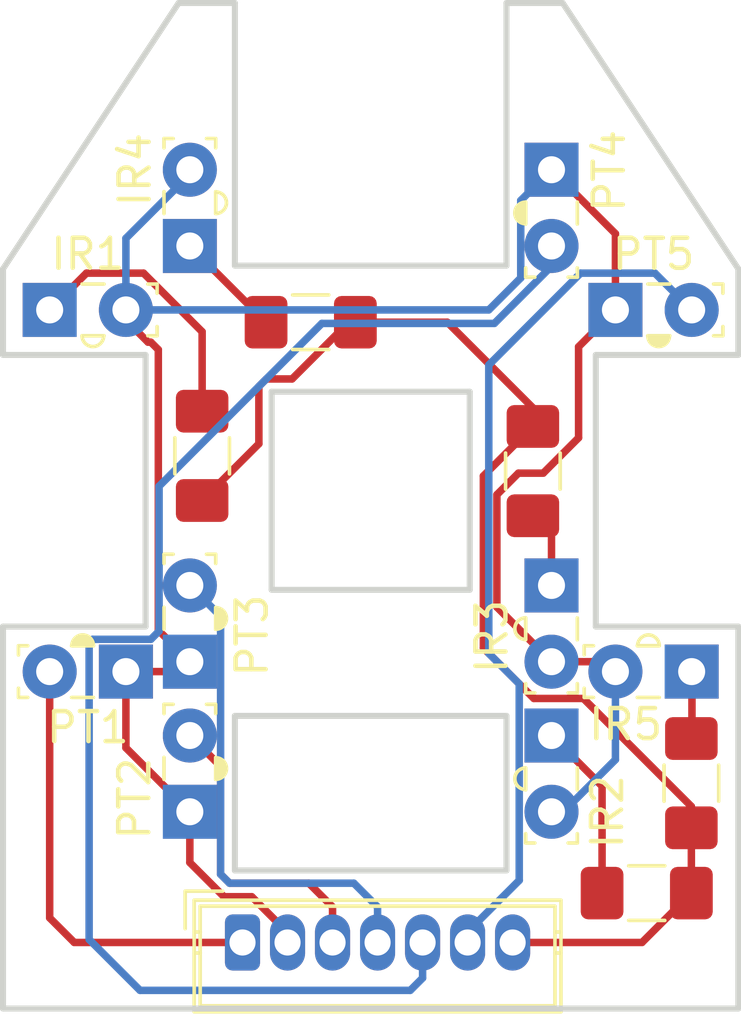
<source format=kicad_pcb>
(kicad_pcb (version 20171130) (host pcbnew 5.1.6-c6e7f7d~86~ubuntu18.04.1)

  (general
    (thickness 1.6)
    (drawings 104)
    (tracks 98)
    (zones 0)
    (modules 16)
    (nets 13)
  )

  (page A4)
  (layers
    (0 F.Cu signal)
    (31 B.Cu signal hide)
    (32 B.Adhes user hide)
    (33 F.Adhes user hide)
    (34 B.Paste user hide)
    (35 F.Paste user hide)
    (36 B.SilkS user hide)
    (37 F.SilkS user)
    (38 B.Mask user hide)
    (39 F.Mask user hide)
    (40 Dwgs.User user hide)
    (41 Cmts.User user hide)
    (42 Eco1.User user hide)
    (43 Eco2.User user hide)
    (44 Edge.Cuts user)
    (45 Margin user hide)
    (46 B.CrtYd user hide)
    (47 F.CrtYd user hide)
    (48 B.Fab user hide)
    (49 F.Fab user hide)
  )

  (setup
    (last_trace_width 0.25)
    (user_trace_width 0.2)
    (trace_clearance 0.2)
    (zone_clearance 0.508)
    (zone_45_only no)
    (trace_min 0.2)
    (via_size 0.8)
    (via_drill 0.4)
    (via_min_size 0.4)
    (via_min_drill 0.3)
    (uvia_size 0.3)
    (uvia_drill 0.1)
    (uvias_allowed no)
    (uvia_min_size 0.2)
    (uvia_min_drill 0.1)
    (edge_width 0.1)
    (segment_width 0.2)
    (pcb_text_width 0.3)
    (pcb_text_size 1.5 1.5)
    (mod_edge_width 0.15)
    (mod_text_size 1 1)
    (mod_text_width 0.15)
    (pad_size 1.8 1.4)
    (pad_drill 0.9)
    (pad_to_mask_clearance 0)
    (aux_axis_origin 0 0)
    (grid_origin 159.275 106.78)
    (visible_elements FFFFFF7F)
    (pcbplotparams
      (layerselection 0x010f0_ffffffff)
      (usegerberextensions false)
      (usegerberattributes true)
      (usegerberadvancedattributes true)
      (creategerberjobfile true)
      (excludeedgelayer true)
      (linewidth 0.100000)
      (plotframeref false)
      (viasonmask false)
      (mode 1)
      (useauxorigin false)
      (hpglpennumber 1)
      (hpglpenspeed 20)
      (hpglpendiameter 15.000000)
      (psnegative false)
      (psa4output false)
      (plotreference true)
      (plotvalue true)
      (plotinvisibletext false)
      (padsonsilk false)
      (subtractmaskfromsilk false)
      (outputformat 1)
      (mirror false)
      (drillshape 0)
      (scaleselection 1)
      (outputdirectory ""))
  )

  (net 0 "")
  (net 1 +5V)
  (net 2 C1)
  (net 3 C3)
  (net 4 C4)
  (net 5 C5)
  (net 6 C6)
  (net 7 GND)
  (net 8 "Net-(IR1-Pad1)")
  (net 9 "Net-(IR2-Pad1)")
  (net 10 "Net-(IR3-Pad1)")
  (net 11 "Net-(IR4-Pad1)")
  (net 12 "Net-(IR5-Pad1)")

  (net_class Default "This is the default net class."
    (clearance 0.2)
    (trace_width 0.25)
    (via_dia 0.8)
    (via_drill 0.4)
    (uvia_dia 0.3)
    (uvia_drill 0.1)
    (add_net +5V)
    (add_net C1)
    (add_net C3)
    (add_net C4)
    (add_net C5)
    (add_net C6)
    (add_net GND)
    (add_net "Net-(IR1-Pad1)")
    (add_net "Net-(IR2-Pad1)")
    (add_net "Net-(IR3-Pad1)")
    (add_net "Net-(IR4-Pad1)")
    (add_net "Net-(IR5-Pad1)")
  )

  (module lalboard:PT908-7C-F (layer F.Cu) (tedit 5FA098B1) (tstamp 5F967CAE)
    (at 171.325 90.39 270)
    (descr "LED_SideEmitter_Rectangular, Rectangular, SideEmitter,  Rectangular size 4.5x1.6mm^2, 2 pins, http://cdn-reichelt.de/documents/datenblatt/A500/LED15MMGE_LED15MMGN%23KIN.pdf")
    (tags "LED_SideEmitter_Rectangular Rectangular SideEmitter  Rectangular size 4.5x1.6mm^2 2 pins")
    (path /5F9BE283)
    (fp_text reference PT4 (at 0.04 -1.92 90) (layer F.SilkS)
      (effects (font (size 1 1) (thickness 0.15)))
    )
    (fp_text value PT908-7B-F (at 1.27 1.86 90) (layer F.Fab)
      (effects (font (size 1 1) (thickness 0.15)))
    )
    (fp_arc (start 1.44 0.861) (end 1.08 0.861) (angle -180) (layer F.SilkS) (width 0.12))
    (fp_line (start -0.98 -0.8) (end -0.98 0.8) (layer F.Fab) (width 0.1))
    (fp_line (start -0.98 0.8) (end 3.52 0.8) (layer F.Fab) (width 0.1))
    (fp_line (start 3.52 0.8) (end 3.52 -0.8) (layer F.Fab) (width 0.1))
    (fp_line (start 3.52 -0.8) (end -0.98 -0.8) (layer F.Fab) (width 0.1))
    (fp_line (start 1.08 -0.861) (end 1.811 -0.861) (layer F.SilkS) (width 0.12))
    (fp_line (start 3.27 -0.861) (end 3.58 -0.861) (layer F.SilkS) (width 0.12))
    (fp_line (start 1.08 0.861) (end 1.811 0.861) (layer F.SilkS) (width 0.12))
    (fp_line (start 3.27 0.861) (end 3.58 0.861) (layer F.SilkS) (width 0.12))
    (fp_line (start 3.58 -0.861) (end 3.58 -0.555) (layer F.SilkS) (width 0.12))
    (fp_line (start 3.58 0.555) (end 3.58 0.861) (layer F.SilkS) (width 0.12))
    (fp_line (start -1.3 -1.15) (end -1.3 1.15) (layer F.CrtYd) (width 0.05))
    (fp_line (start -1.3 1.15) (end 3.85 1.15) (layer F.CrtYd) (width 0.05))
    (fp_line (start 3.85 1.15) (end 3.85 -1.15) (layer F.CrtYd) (width 0.05))
    (fp_line (start 3.85 -1.15) (end -1.3 -1.15) (layer F.CrtYd) (width 0.05))
    (fp_line (start 1.08 0.861) (end 1.8 0.861) (layer F.SilkS) (width 0.12))
    (fp_poly (pts (xy 1.57 1.121) (xy 1.28 1.121) (xy 1.16 0.931) (xy 1.16 0.921)
      (xy 1.73 0.921)) (layer F.SilkS) (width 0.1))
    (pad 1 thru_hole rect (at 0 0 270) (size 1.8 1.8) (drill 0.9) (layers *.Cu *.Mask)
      (net 1 +5V))
    (pad 2 thru_hole circle (at 2.54 0 270) (size 1.8 1.8) (drill 0.9) (layers *.Cu *.Mask)
      (net 5 C5))
    (model ${KISYS3DMOD}/LED_THT.3dshapes/LED_SideEmitter_Rectangular_W4.5mm_H1.6mm.wrl
      (at (xyz 0 0 0))
      (scale (xyz 1 1 1))
      (rotate (xyz 0 0 0))
    )
  )

  (module lalboard:PT908-7C-F (layer F.Cu) (tedit 5FA098B1) (tstamp 5F96AC35)
    (at 159.275 106.78 90)
    (descr "LED_SideEmitter_Rectangular, Rectangular, SideEmitter,  Rectangular size 4.5x1.6mm^2, 2 pins, http://cdn-reichelt.de/documents/datenblatt/A500/LED15MMGE_LED15MMGN%23KIN.pdf")
    (tags "LED_SideEmitter_Rectangular Rectangular SideEmitter  Rectangular size 4.5x1.6mm^2 2 pins")
    (path /5F9BC92B)
    (fp_text reference PT3 (at 0.87 2.07 90) (layer F.SilkS)
      (effects (font (size 1 1) (thickness 0.15)))
    )
    (fp_text value PT908-7B-F (at 1.27 1.86 90) (layer F.Fab)
      (effects (font (size 1 1) (thickness 0.15)))
    )
    (fp_arc (start 1.44 0.861) (end 1.08 0.861) (angle -180) (layer F.SilkS) (width 0.12))
    (fp_line (start -0.98 -0.8) (end -0.98 0.8) (layer F.Fab) (width 0.1))
    (fp_line (start -0.98 0.8) (end 3.52 0.8) (layer F.Fab) (width 0.1))
    (fp_line (start 3.52 0.8) (end 3.52 -0.8) (layer F.Fab) (width 0.1))
    (fp_line (start 3.52 -0.8) (end -0.98 -0.8) (layer F.Fab) (width 0.1))
    (fp_line (start 1.08 -0.861) (end 1.811 -0.861) (layer F.SilkS) (width 0.12))
    (fp_line (start 3.27 -0.861) (end 3.58 -0.861) (layer F.SilkS) (width 0.12))
    (fp_line (start 1.08 0.861) (end 1.811 0.861) (layer F.SilkS) (width 0.12))
    (fp_line (start 3.27 0.861) (end 3.58 0.861) (layer F.SilkS) (width 0.12))
    (fp_line (start 3.58 -0.861) (end 3.58 -0.555) (layer F.SilkS) (width 0.12))
    (fp_line (start 3.58 0.555) (end 3.58 0.861) (layer F.SilkS) (width 0.12))
    (fp_line (start -1.3 -1.15) (end -1.3 1.15) (layer F.CrtYd) (width 0.05))
    (fp_line (start -1.3 1.15) (end 3.85 1.15) (layer F.CrtYd) (width 0.05))
    (fp_line (start 3.85 1.15) (end 3.85 -1.15) (layer F.CrtYd) (width 0.05))
    (fp_line (start 3.85 -1.15) (end -1.3 -1.15) (layer F.CrtYd) (width 0.05))
    (fp_line (start 1.08 0.861) (end 1.8 0.861) (layer F.SilkS) (width 0.12))
    (fp_poly (pts (xy 1.57 1.121) (xy 1.28 1.121) (xy 1.16 0.931) (xy 1.16 0.921)
      (xy 1.73 0.921)) (layer F.SilkS) (width 0.1))
    (pad 1 thru_hole rect (at 0 0 90) (size 1.8 1.8) (drill 0.9) (layers *.Cu *.Mask)
      (net 1 +5V))
    (pad 2 thru_hole circle (at 2.54 0 90) (size 1.8 1.8) (drill 0.9) (layers *.Cu *.Mask)
      (net 4 C4))
    (model ${KISYS3DMOD}/LED_THT.3dshapes/LED_SideEmitter_Rectangular_W4.5mm_H1.6mm.wrl
      (at (xyz 0 0 0))
      (scale (xyz 1 1 1))
      (rotate (xyz 0 0 0))
    )
  )

  (module lalboard:PT908-7C-F (layer F.Cu) (tedit 5FA098B1) (tstamp 5F9694BA)
    (at 159.275 111.78 90)
    (descr "LED_SideEmitter_Rectangular, Rectangular, SideEmitter,  Rectangular size 4.5x1.6mm^2, 2 pins, http://cdn-reichelt.de/documents/datenblatt/A500/LED15MMGE_LED15MMGN%23KIN.pdf")
    (tags "LED_SideEmitter_Rectangular Rectangular SideEmitter  Rectangular size 4.5x1.6mm^2 2 pins")
    (path /5F9B9EF8)
    (fp_text reference PT2 (at 0.44 -1.84 90) (layer F.SilkS)
      (effects (font (size 1 1) (thickness 0.15)))
    )
    (fp_text value PT908-7B-F (at 1.27 1.86 90) (layer F.Fab)
      (effects (font (size 1 1) (thickness 0.15)))
    )
    (fp_arc (start 1.44 0.861) (end 1.08 0.861) (angle -180) (layer F.SilkS) (width 0.12))
    (fp_line (start -0.98 -0.8) (end -0.98 0.8) (layer F.Fab) (width 0.1))
    (fp_line (start -0.98 0.8) (end 3.52 0.8) (layer F.Fab) (width 0.1))
    (fp_line (start 3.52 0.8) (end 3.52 -0.8) (layer F.Fab) (width 0.1))
    (fp_line (start 3.52 -0.8) (end -0.98 -0.8) (layer F.Fab) (width 0.1))
    (fp_line (start 1.08 -0.861) (end 1.811 -0.861) (layer F.SilkS) (width 0.12))
    (fp_line (start 3.27 -0.861) (end 3.58 -0.861) (layer F.SilkS) (width 0.12))
    (fp_line (start 1.08 0.861) (end 1.811 0.861) (layer F.SilkS) (width 0.12))
    (fp_line (start 3.27 0.861) (end 3.58 0.861) (layer F.SilkS) (width 0.12))
    (fp_line (start 3.58 -0.861) (end 3.58 -0.555) (layer F.SilkS) (width 0.12))
    (fp_line (start 3.58 0.555) (end 3.58 0.861) (layer F.SilkS) (width 0.12))
    (fp_line (start -1.3 -1.15) (end -1.3 1.15) (layer F.CrtYd) (width 0.05))
    (fp_line (start -1.3 1.15) (end 3.85 1.15) (layer F.CrtYd) (width 0.05))
    (fp_line (start 3.85 1.15) (end 3.85 -1.15) (layer F.CrtYd) (width 0.05))
    (fp_line (start 3.85 -1.15) (end -1.3 -1.15) (layer F.CrtYd) (width 0.05))
    (fp_line (start 1.08 0.861) (end 1.8 0.861) (layer F.SilkS) (width 0.12))
    (fp_poly (pts (xy 1.57 1.121) (xy 1.28 1.121) (xy 1.16 0.931) (xy 1.16 0.921)
      (xy 1.73 0.921)) (layer F.SilkS) (width 0.1))
    (pad 1 thru_hole rect (at 0 0 90) (size 1.8 1.8) (drill 0.9) (layers *.Cu *.Mask)
      (net 1 +5V))
    (pad 2 thru_hole circle (at 2.54 0 90) (size 1.8 1.8) (drill 0.9) (layers *.Cu *.Mask)
      (net 3 C3))
    (model ${KISYS3DMOD}/LED_THT.3dshapes/LED_SideEmitter_Rectangular_W4.5mm_H1.6mm.wrl
      (at (xyz 0 0 0))
      (scale (xyz 1 1 1))
      (rotate (xyz 0 0 0))
    )
  )

  (module lalboard:PT908-7C-F (layer F.Cu) (tedit 5FA098B1) (tstamp 5F967D95)
    (at 157.145 107.11 180)
    (descr "LED_SideEmitter_Rectangular, Rectangular, SideEmitter,  Rectangular size 4.5x1.6mm^2, 2 pins, http://cdn-reichelt.de/documents/datenblatt/A500/LED15MMGE_LED15MMGN%23KIN.pdf")
    (tags "LED_SideEmitter_Rectangular Rectangular SideEmitter  Rectangular size 4.5x1.6mm^2 2 pins")
    (path /5F96F978)
    (fp_text reference PT1 (at 1.27 -1.86) (layer F.SilkS)
      (effects (font (size 1 1) (thickness 0.15)))
    )
    (fp_text value PT908-7B-F (at 1.27 1.86) (layer F.Fab)
      (effects (font (size 1 1) (thickness 0.15)))
    )
    (fp_arc (start 1.44 0.861) (end 1.08 0.861) (angle -180) (layer F.SilkS) (width 0.12))
    (fp_line (start -0.98 -0.8) (end -0.98 0.8) (layer F.Fab) (width 0.1))
    (fp_line (start -0.98 0.8) (end 3.52 0.8) (layer F.Fab) (width 0.1))
    (fp_line (start 3.52 0.8) (end 3.52 -0.8) (layer F.Fab) (width 0.1))
    (fp_line (start 3.52 -0.8) (end -0.98 -0.8) (layer F.Fab) (width 0.1))
    (fp_line (start 1.08 -0.861) (end 1.811 -0.861) (layer F.SilkS) (width 0.12))
    (fp_line (start 3.27 -0.861) (end 3.58 -0.861) (layer F.SilkS) (width 0.12))
    (fp_line (start 1.08 0.861) (end 1.811 0.861) (layer F.SilkS) (width 0.12))
    (fp_line (start 3.27 0.861) (end 3.58 0.861) (layer F.SilkS) (width 0.12))
    (fp_line (start 3.58 -0.861) (end 3.58 -0.555) (layer F.SilkS) (width 0.12))
    (fp_line (start 3.58 0.555) (end 3.58 0.861) (layer F.SilkS) (width 0.12))
    (fp_line (start -1.3 -1.15) (end -1.3 1.15) (layer F.CrtYd) (width 0.05))
    (fp_line (start -1.3 1.15) (end 3.85 1.15) (layer F.CrtYd) (width 0.05))
    (fp_line (start 3.85 1.15) (end 3.85 -1.15) (layer F.CrtYd) (width 0.05))
    (fp_line (start 3.85 -1.15) (end -1.3 -1.15) (layer F.CrtYd) (width 0.05))
    (fp_line (start 1.08 0.861) (end 1.8 0.861) (layer F.SilkS) (width 0.12))
    (fp_poly (pts (xy 1.57 1.121) (xy 1.28 1.121) (xy 1.16 0.931) (xy 1.16 0.921)
      (xy 1.73 0.921)) (layer F.SilkS) (width 0.1))
    (pad 1 thru_hole rect (at 0 0 180) (size 1.8 1.8) (drill 0.9) (layers *.Cu *.Mask)
      (net 1 +5V))
    (pad 2 thru_hole circle (at 2.54 0 180) (size 1.8 1.8) (drill 0.9) (layers *.Cu *.Mask)
      (net 2 C1))
    (model ${KISYS3DMOD}/LED_THT.3dshapes/LED_SideEmitter_Rectangular_W4.5mm_H1.6mm.wrl
      (at (xyz 0 0 0))
      (scale (xyz 1 1 1))
      (rotate (xyz 0 0 0))
    )
  )

  (module lalboard:PT908-7C-F (layer F.Cu) (tedit 5FA098B1) (tstamp 5F967BC4)
    (at 173.455 95.06)
    (descr "LED_SideEmitter_Rectangular, Rectangular, SideEmitter,  Rectangular size 4.5x1.6mm^2, 2 pins, http://cdn-reichelt.de/documents/datenblatt/A500/LED15MMGE_LED15MMGN%23KIN.pdf")
    (tags "LED_SideEmitter_Rectangular Rectangular SideEmitter  Rectangular size 4.5x1.6mm^2 2 pins")
    (path /5F9BF567)
    (fp_text reference PT5 (at 1.27 -1.86) (layer F.SilkS)
      (effects (font (size 1 1) (thickness 0.15)))
    )
    (fp_text value PT908-7B-F (at 1.27 1.86) (layer F.Fab)
      (effects (font (size 1 1) (thickness 0.15)))
    )
    (fp_arc (start 1.44 0.861) (end 1.08 0.861) (angle -180) (layer F.SilkS) (width 0.12))
    (fp_line (start -0.98 -0.8) (end -0.98 0.8) (layer F.Fab) (width 0.1))
    (fp_line (start -0.98 0.8) (end 3.52 0.8) (layer F.Fab) (width 0.1))
    (fp_line (start 3.52 0.8) (end 3.52 -0.8) (layer F.Fab) (width 0.1))
    (fp_line (start 3.52 -0.8) (end -0.98 -0.8) (layer F.Fab) (width 0.1))
    (fp_line (start 1.08 -0.861) (end 1.811 -0.861) (layer F.SilkS) (width 0.12))
    (fp_line (start 3.27 -0.861) (end 3.58 -0.861) (layer F.SilkS) (width 0.12))
    (fp_line (start 1.08 0.861) (end 1.811 0.861) (layer F.SilkS) (width 0.12))
    (fp_line (start 3.27 0.861) (end 3.58 0.861) (layer F.SilkS) (width 0.12))
    (fp_line (start 3.58 -0.861) (end 3.58 -0.555) (layer F.SilkS) (width 0.12))
    (fp_line (start 3.58 0.555) (end 3.58 0.861) (layer F.SilkS) (width 0.12))
    (fp_line (start -1.3 -1.15) (end -1.3 1.15) (layer F.CrtYd) (width 0.05))
    (fp_line (start -1.3 1.15) (end 3.85 1.15) (layer F.CrtYd) (width 0.05))
    (fp_line (start 3.85 1.15) (end 3.85 -1.15) (layer F.CrtYd) (width 0.05))
    (fp_line (start 3.85 -1.15) (end -1.3 -1.15) (layer F.CrtYd) (width 0.05))
    (fp_line (start 1.08 0.861) (end 1.8 0.861) (layer F.SilkS) (width 0.12))
    (fp_poly (pts (xy 1.57 1.121) (xy 1.28 1.121) (xy 1.16 0.931) (xy 1.16 0.921)
      (xy 1.73 0.921)) (layer F.SilkS) (width 0.1))
    (pad 1 thru_hole rect (at 0 0) (size 1.8 1.8) (drill 0.9) (layers *.Cu *.Mask)
      (net 1 +5V))
    (pad 2 thru_hole circle (at 2.54 0) (size 1.8 1.8) (drill 0.9) (layers *.Cu *.Mask)
      (net 6 C6))
    (model ${KISYS3DMOD}/LED_THT.3dshapes/LED_SideEmitter_Rectangular_W4.5mm_H1.6mm.wrl
      (at (xyz 0 0 0))
      (scale (xyz 1 1 1))
      (rotate (xyz 0 0 0))
    )
  )

  (module lalboard:IR908-7C-F (layer F.Cu) (tedit 5FA0B6B3) (tstamp 5F967F60)
    (at 175.995 107.11 180)
    (descr "LED_SideEmitter_Rectangular, Rectangular, SideEmitter,  Rectangular size 4.5x1.6mm^2, 2 pins, http://cdn-reichelt.de/documents/datenblatt/A500/LED15MMGE_LED15MMGN%23KIN.pdf")
    (tags "LED_SideEmitter_Rectangular Rectangular SideEmitter  Rectangular size 4.5x1.6mm^2 2 pins")
    (path /5F9BF573)
    (fp_text reference IR5 (at 2.2 -1.76) (layer F.SilkS)
      (effects (font (size 1 1) (thickness 0.15)))
    )
    (fp_text value IR908-7C-F (at 1.27 1.86) (layer F.Fab)
      (effects (font (size 1 1) (thickness 0.15)))
    )
    (fp_arc (start 1.44 0.861) (end 1.08 0.861) (angle -180) (layer F.SilkS) (width 0.12))
    (fp_line (start -0.98 -0.8) (end -0.98 0.8) (layer F.Fab) (width 0.1))
    (fp_line (start -0.98 0.8) (end 3.52 0.8) (layer F.Fab) (width 0.1))
    (fp_line (start 3.52 0.8) (end 3.52 -0.8) (layer F.Fab) (width 0.1))
    (fp_line (start 3.52 -0.8) (end -0.98 -0.8) (layer F.Fab) (width 0.1))
    (fp_line (start 1.08 -0.861) (end 1.811 -0.861) (layer F.SilkS) (width 0.12))
    (fp_line (start 3.27 -0.861) (end 3.58 -0.861) (layer F.SilkS) (width 0.12))
    (fp_line (start 1.08 0.861) (end 1.811 0.861) (layer F.SilkS) (width 0.12))
    (fp_line (start 3.27 0.861) (end 3.58 0.861) (layer F.SilkS) (width 0.12))
    (fp_line (start 3.58 -0.861) (end 3.58 -0.555) (layer F.SilkS) (width 0.12))
    (fp_line (start 3.58 0.555) (end 3.58 0.861) (layer F.SilkS) (width 0.12))
    (fp_line (start -1.3 -1.15) (end -1.3 1.15) (layer F.CrtYd) (width 0.05))
    (fp_line (start -1.3 1.15) (end 3.85 1.15) (layer F.CrtYd) (width 0.05))
    (fp_line (start 3.85 1.15) (end 3.85 -1.15) (layer F.CrtYd) (width 0.05))
    (fp_line (start 3.85 -1.15) (end -1.3 -1.15) (layer F.CrtYd) (width 0.05))
    (fp_line (start 1.08 0.861) (end 1.8 0.861) (layer F.SilkS) (width 0.12))
    (pad 1 thru_hole rect (at 0 0 180) (size 1.8 1.8) (drill 0.9) (layers *.Cu *.Mask)
      (net 12 "Net-(IR5-Pad1)"))
    (pad 2 thru_hole circle (at 2.54 0 180) (size 1.8 1.8) (drill 0.9) (layers *.Cu *.Mask)
      (net 1 +5V))
    (model ${KISYS3DMOD}/LED_THT.3dshapes/LED_SideEmitter_Rectangular_W4.5mm_H1.6mm.wrl
      (at (xyz 0 0 0))
      (scale (xyz 1 1 1))
      (rotate (xyz 0 0 0))
    )
  )

  (module lalboard:IR908-7C-F (layer F.Cu) (tedit 5FA0B6B3) (tstamp 5F9699C8)
    (at 159.275 92.93 90)
    (descr "LED_SideEmitter_Rectangular, Rectangular, SideEmitter,  Rectangular size 4.5x1.6mm^2, 2 pins, http://cdn-reichelt.de/documents/datenblatt/A500/LED15MMGE_LED15MMGN%23KIN.pdf")
    (tags "LED_SideEmitter_Rectangular Rectangular SideEmitter  Rectangular size 4.5x1.6mm^2 2 pins")
    (path /5F9BE28F)
    (fp_text reference IR4 (at 2.54 -1.83 90) (layer F.SilkS)
      (effects (font (size 1 1) (thickness 0.15)))
    )
    (fp_text value IR908-7C-F (at 1.27 1.86 90) (layer F.Fab)
      (effects (font (size 1 1) (thickness 0.15)))
    )
    (fp_arc (start 1.44 0.861) (end 1.08 0.861) (angle -180) (layer F.SilkS) (width 0.12))
    (fp_line (start -0.98 -0.8) (end -0.98 0.8) (layer F.Fab) (width 0.1))
    (fp_line (start -0.98 0.8) (end 3.52 0.8) (layer F.Fab) (width 0.1))
    (fp_line (start 3.52 0.8) (end 3.52 -0.8) (layer F.Fab) (width 0.1))
    (fp_line (start 3.52 -0.8) (end -0.98 -0.8) (layer F.Fab) (width 0.1))
    (fp_line (start 1.08 -0.861) (end 1.811 -0.861) (layer F.SilkS) (width 0.12))
    (fp_line (start 3.27 -0.861) (end 3.58 -0.861) (layer F.SilkS) (width 0.12))
    (fp_line (start 1.08 0.861) (end 1.811 0.861) (layer F.SilkS) (width 0.12))
    (fp_line (start 3.27 0.861) (end 3.58 0.861) (layer F.SilkS) (width 0.12))
    (fp_line (start 3.58 -0.861) (end 3.58 -0.555) (layer F.SilkS) (width 0.12))
    (fp_line (start 3.58 0.555) (end 3.58 0.861) (layer F.SilkS) (width 0.12))
    (fp_line (start -1.3 -1.15) (end -1.3 1.15) (layer F.CrtYd) (width 0.05))
    (fp_line (start -1.3 1.15) (end 3.85 1.15) (layer F.CrtYd) (width 0.05))
    (fp_line (start 3.85 1.15) (end 3.85 -1.15) (layer F.CrtYd) (width 0.05))
    (fp_line (start 3.85 -1.15) (end -1.3 -1.15) (layer F.CrtYd) (width 0.05))
    (fp_line (start 1.08 0.861) (end 1.8 0.861) (layer F.SilkS) (width 0.12))
    (pad 1 thru_hole rect (at 0 0 90) (size 1.8 1.8) (drill 0.9) (layers *.Cu *.Mask)
      (net 11 "Net-(IR4-Pad1)"))
    (pad 2 thru_hole circle (at 2.54 0 90) (size 1.8 1.8) (drill 0.9) (layers *.Cu *.Mask)
      (net 1 +5V))
    (model ${KISYS3DMOD}/LED_THT.3dshapes/LED_SideEmitter_Rectangular_W4.5mm_H1.6mm.wrl
      (at (xyz 0 0 0))
      (scale (xyz 1 1 1))
      (rotate (xyz 0 0 0))
    )
  )

  (module lalboard:IR908-7C-F (layer F.Cu) (tedit 5FA0B6B3) (tstamp 5F967C75)
    (at 171.325 104.24 270)
    (descr "LED_SideEmitter_Rectangular, Rectangular, SideEmitter,  Rectangular size 4.5x1.6mm^2, 2 pins, http://cdn-reichelt.de/documents/datenblatt/A500/LED15MMGE_LED15MMGN%23KIN.pdf")
    (tags "LED_SideEmitter_Rectangular Rectangular SideEmitter  Rectangular size 4.5x1.6mm^2 2 pins")
    (path /5F9BC937)
    (fp_text reference IR3 (at 1.7 1.99 90) (layer F.SilkS)
      (effects (font (size 1 1) (thickness 0.15)))
    )
    (fp_text value IR908-7C-F (at 1.27 1.86 90) (layer F.Fab)
      (effects (font (size 1 1) (thickness 0.15)))
    )
    (fp_arc (start 1.44 0.861) (end 1.08 0.861) (angle -180) (layer F.SilkS) (width 0.12))
    (fp_line (start -0.98 -0.8) (end -0.98 0.8) (layer F.Fab) (width 0.1))
    (fp_line (start -0.98 0.8) (end 3.52 0.8) (layer F.Fab) (width 0.1))
    (fp_line (start 3.52 0.8) (end 3.52 -0.8) (layer F.Fab) (width 0.1))
    (fp_line (start 3.52 -0.8) (end -0.98 -0.8) (layer F.Fab) (width 0.1))
    (fp_line (start 1.08 -0.861) (end 1.811 -0.861) (layer F.SilkS) (width 0.12))
    (fp_line (start 3.27 -0.861) (end 3.58 -0.861) (layer F.SilkS) (width 0.12))
    (fp_line (start 1.08 0.861) (end 1.811 0.861) (layer F.SilkS) (width 0.12))
    (fp_line (start 3.27 0.861) (end 3.58 0.861) (layer F.SilkS) (width 0.12))
    (fp_line (start 3.58 -0.861) (end 3.58 -0.555) (layer F.SilkS) (width 0.12))
    (fp_line (start 3.58 0.555) (end 3.58 0.861) (layer F.SilkS) (width 0.12))
    (fp_line (start -1.3 -1.15) (end -1.3 1.15) (layer F.CrtYd) (width 0.05))
    (fp_line (start -1.3 1.15) (end 3.85 1.15) (layer F.CrtYd) (width 0.05))
    (fp_line (start 3.85 1.15) (end 3.85 -1.15) (layer F.CrtYd) (width 0.05))
    (fp_line (start 3.85 -1.15) (end -1.3 -1.15) (layer F.CrtYd) (width 0.05))
    (fp_line (start 1.08 0.861) (end 1.8 0.861) (layer F.SilkS) (width 0.12))
    (pad 1 thru_hole rect (at 0 0 270) (size 1.8 1.8) (drill 0.9) (layers *.Cu *.Mask)
      (net 10 "Net-(IR3-Pad1)"))
    (pad 2 thru_hole circle (at 2.54 0 270) (size 1.8 1.8) (drill 0.9) (layers *.Cu *.Mask)
      (net 1 +5V))
    (model ${KISYS3DMOD}/LED_THT.3dshapes/LED_SideEmitter_Rectangular_W4.5mm_H1.6mm.wrl
      (at (xyz 0 0 0))
      (scale (xyz 1 1 1))
      (rotate (xyz 0 0 0))
    )
  )

  (module lalboard:IR908-7C-F (layer F.Cu) (tedit 5FA0B6B3) (tstamp 5F967CE7)
    (at 171.325 109.24 270)
    (descr "LED_SideEmitter_Rectangular, Rectangular, SideEmitter,  Rectangular size 4.5x1.6mm^2, 2 pins, http://cdn-reichelt.de/documents/datenblatt/A500/LED15MMGE_LED15MMGN%23KIN.pdf")
    (tags "LED_SideEmitter_Rectangular Rectangular SideEmitter  Rectangular size 4.5x1.6mm^2 2 pins")
    (path /5F9B9F04)
    (fp_text reference IR2 (at 2.54 -1.86 90) (layer F.SilkS)
      (effects (font (size 1 1) (thickness 0.15)))
    )
    (fp_text value IR908-7C-F (at 1.27 1.86 90) (layer F.Fab)
      (effects (font (size 1 1) (thickness 0.15)))
    )
    (fp_arc (start 1.44 0.861) (end 1.08 0.861) (angle -180) (layer F.SilkS) (width 0.12))
    (fp_line (start -0.98 -0.8) (end -0.98 0.8) (layer F.Fab) (width 0.1))
    (fp_line (start -0.98 0.8) (end 3.52 0.8) (layer F.Fab) (width 0.1))
    (fp_line (start 3.52 0.8) (end 3.52 -0.8) (layer F.Fab) (width 0.1))
    (fp_line (start 3.52 -0.8) (end -0.98 -0.8) (layer F.Fab) (width 0.1))
    (fp_line (start 1.08 -0.861) (end 1.811 -0.861) (layer F.SilkS) (width 0.12))
    (fp_line (start 3.27 -0.861) (end 3.58 -0.861) (layer F.SilkS) (width 0.12))
    (fp_line (start 1.08 0.861) (end 1.811 0.861) (layer F.SilkS) (width 0.12))
    (fp_line (start 3.27 0.861) (end 3.58 0.861) (layer F.SilkS) (width 0.12))
    (fp_line (start 3.58 -0.861) (end 3.58 -0.555) (layer F.SilkS) (width 0.12))
    (fp_line (start 3.58 0.555) (end 3.58 0.861) (layer F.SilkS) (width 0.12))
    (fp_line (start -1.3 -1.15) (end -1.3 1.15) (layer F.CrtYd) (width 0.05))
    (fp_line (start -1.3 1.15) (end 3.85 1.15) (layer F.CrtYd) (width 0.05))
    (fp_line (start 3.85 1.15) (end 3.85 -1.15) (layer F.CrtYd) (width 0.05))
    (fp_line (start 3.85 -1.15) (end -1.3 -1.15) (layer F.CrtYd) (width 0.05))
    (fp_line (start 1.08 0.861) (end 1.8 0.861) (layer F.SilkS) (width 0.12))
    (pad 1 thru_hole rect (at 0 0 270) (size 1.8 1.8) (drill 0.9) (layers *.Cu *.Mask)
      (net 9 "Net-(IR2-Pad1)"))
    (pad 2 thru_hole circle (at 2.54 0 270) (size 1.8 1.8) (drill 0.9) (layers *.Cu *.Mask)
      (net 1 +5V))
    (model ${KISYS3DMOD}/LED_THT.3dshapes/LED_SideEmitter_Rectangular_W4.5mm_H1.6mm.wrl
      (at (xyz 0 0 0))
      (scale (xyz 1 1 1))
      (rotate (xyz 0 0 0))
    )
  )

  (module lalboard:IR908-7C-F (layer F.Cu) (tedit 5FA0B6B3) (tstamp 5F967C3C)
    (at 154.605 95.06)
    (descr "LED_SideEmitter_Rectangular, Rectangular, SideEmitter,  Rectangular size 4.5x1.6mm^2, 2 pins, http://cdn-reichelt.de/documents/datenblatt/A500/LED15MMGE_LED15MMGN%23KIN.pdf")
    (tags "LED_SideEmitter_Rectangular Rectangular SideEmitter  Rectangular size 4.5x1.6mm^2 2 pins")
    (path /5F96F62E)
    (fp_text reference IR1 (at 1.27 -1.86) (layer F.SilkS)
      (effects (font (size 1 1) (thickness 0.15)))
    )
    (fp_text value IR908-7C-F (at 1.27 1.86) (layer F.Fab)
      (effects (font (size 1 1) (thickness 0.15)))
    )
    (fp_arc (start 1.44 0.861) (end 1.08 0.861) (angle -180) (layer F.SilkS) (width 0.12))
    (fp_line (start -0.98 -0.8) (end -0.98 0.8) (layer F.Fab) (width 0.1))
    (fp_line (start -0.98 0.8) (end 3.52 0.8) (layer F.Fab) (width 0.1))
    (fp_line (start 3.52 0.8) (end 3.52 -0.8) (layer F.Fab) (width 0.1))
    (fp_line (start 3.52 -0.8) (end -0.98 -0.8) (layer F.Fab) (width 0.1))
    (fp_line (start 1.08 -0.861) (end 1.811 -0.861) (layer F.SilkS) (width 0.12))
    (fp_line (start 3.27 -0.861) (end 3.58 -0.861) (layer F.SilkS) (width 0.12))
    (fp_line (start 1.08 0.861) (end 1.811 0.861) (layer F.SilkS) (width 0.12))
    (fp_line (start 3.27 0.861) (end 3.58 0.861) (layer F.SilkS) (width 0.12))
    (fp_line (start 3.58 -0.861) (end 3.58 -0.555) (layer F.SilkS) (width 0.12))
    (fp_line (start 3.58 0.555) (end 3.58 0.861) (layer F.SilkS) (width 0.12))
    (fp_line (start -1.3 -1.15) (end -1.3 1.15) (layer F.CrtYd) (width 0.05))
    (fp_line (start -1.3 1.15) (end 3.85 1.15) (layer F.CrtYd) (width 0.05))
    (fp_line (start 3.85 1.15) (end 3.85 -1.15) (layer F.CrtYd) (width 0.05))
    (fp_line (start 3.85 -1.15) (end -1.3 -1.15) (layer F.CrtYd) (width 0.05))
    (fp_line (start 1.08 0.861) (end 1.8 0.861) (layer F.SilkS) (width 0.12))
    (pad 1 thru_hole rect (at 0 0) (size 1.8 1.8) (drill 0.9) (layers *.Cu *.Mask)
      (net 8 "Net-(IR1-Pad1)"))
    (pad 2 thru_hole circle (at 2.54 0) (size 1.8 1.8) (drill 0.9) (layers *.Cu *.Mask)
      (net 1 +5V))
    (model ${KISYS3DMOD}/LED_THT.3dshapes/LED_SideEmitter_Rectangular_W4.5mm_H1.6mm.wrl
      (at (xyz 0 0 0))
      (scale (xyz 1 1 1))
      (rotate (xyz 0 0 0))
    )
  )

  (module lalboard:JST_ZH_B7B-ZR_1x07_P1.50mm_Vertical (layer F.Cu) (tedit 5D1DE247) (tstamp 5F96A767)
    (at 161.03 116.135)
    (descr "Wuerth WR-WTB series connector, 64800711622 (https://katalog.we-online.com/em/datasheet/6480xx11622.pdf), generated with kicad-footprint-generator")
    (tags "connector Wuerth WR-WTB vertical")
    (path /5F95ECA5)
    (fp_text reference J1 (at 4.5 -2.5) (layer F.SilkS) hide
      (effects (font (size 1 1) (thickness 0.15)))
    )
    (fp_text value Conn_01x07 (at 4.5 3.4) (layer F.Fab)
      (effects (font (size 1 1) (thickness 0.15)))
    )
    (fp_line (start 11 -1.8) (end -2 -1.8) (layer F.CrtYd) (width 0.05))
    (fp_line (start 11 2.7) (end 11 -1.8) (layer F.CrtYd) (width 0.05))
    (fp_line (start -2 2.7) (end 11 2.7) (layer F.CrtYd) (width 0.05))
    (fp_line (start -2 -1.8) (end -2 2.7) (layer F.CrtYd) (width 0.05))
    (fp_line (start -1.91 -1.71) (end -1.91 -0.46) (layer F.SilkS) (width 0.12))
    (fp_line (start -0.66 -1.71) (end -1.91 -1.71) (layer F.SilkS) (width 0.12))
    (fp_line (start 10.41 2.11) (end 10.41 0.35) (layer F.SilkS) (width 0.12))
    (fp_line (start -1.41 2.11) (end 10.41 2.11) (layer F.SilkS) (width 0.12))
    (fp_line (start -1.41 0.35) (end -1.41 2.11) (layer F.SilkS) (width 0.12))
    (fp_line (start 10.41 0.35) (end 10.61 0.35) (layer F.SilkS) (width 0.12))
    (fp_line (start 10.41 -0.35) (end 10.41 0.35) (layer F.SilkS) (width 0.12))
    (fp_line (start -1.41 0.35) (end -1.61 0.35) (layer F.SilkS) (width 0.12))
    (fp_line (start -1.41 -0.35) (end -1.41 0.35) (layer F.SilkS) (width 0.12))
    (fp_line (start 10.41 -0.35) (end 10.61 -0.35) (layer F.SilkS) (width 0.12))
    (fp_line (start 10.41 -1.21) (end 10.41 -0.35) (layer F.SilkS) (width 0.12))
    (fp_line (start -1.41 -1.21) (end 10.41 -1.21) (layer F.SilkS) (width 0.12))
    (fp_line (start -1.41 -0.35) (end -1.41 -1.21) (layer F.SilkS) (width 0.12))
    (fp_line (start -1.61 -0.35) (end -1.41 -0.35) (layer F.SilkS) (width 0.12))
    (fp_line (start 10.61 -1.41) (end -1.61 -1.41) (layer F.SilkS) (width 0.12))
    (fp_line (start 10.61 2.31) (end 10.61 -1.41) (layer F.SilkS) (width 0.12))
    (fp_line (start -1.61 2.31) (end 10.61 2.31) (layer F.SilkS) (width 0.12))
    (fp_line (start -1.61 -1.41) (end -1.61 2.31) (layer F.SilkS) (width 0.12))
    (fp_line (start 0 -0.3) (end 1 -1.3) (layer F.Fab) (width 0.1))
    (fp_line (start -1 -1.3) (end 0 -0.3) (layer F.Fab) (width 0.1))
    (fp_line (start 10.5 -1.3) (end -1.5 -1.3) (layer F.Fab) (width 0.1))
    (fp_line (start 10.5 2.2) (end 10.5 -1.3) (layer F.Fab) (width 0.1))
    (fp_line (start -1.5 2.2) (end 10.5 2.2) (layer F.Fab) (width 0.1))
    (fp_line (start -1.5 -1.3) (end -1.5 2.2) (layer F.Fab) (width 0.1))
    (fp_text user %R (at 4.5 1.5) (layer F.Fab)
      (effects (font (size 1 1) (thickness 0.15)))
    )
    (pad 1 thru_hole roundrect (at 0 0) (size 1.17 1.87) (drill 0.87) (layers *.Cu *.Mask) (roundrect_rratio 0.213675)
      (net 2 C1))
    (pad 2 thru_hole oval (at 1.5 0) (size 1.17 1.87) (drill 0.87) (layers *.Cu *.Mask)
      (net 1 +5V))
    (pad 3 thru_hole oval (at 3 0) (size 1.17 1.87) (drill 0.87) (layers *.Cu *.Mask)
      (net 3 C3))
    (pad 4 thru_hole oval (at 4.5 0) (size 1.17 1.87) (drill 0.87) (layers *.Cu *.Mask)
      (net 4 C4))
    (pad 5 thru_hole oval (at 6 0) (size 1.17 1.87) (drill 0.87) (layers *.Cu *.Mask)
      (net 5 C5))
    (pad 6 thru_hole oval (at 7.5 0) (size 1.17 1.87) (drill 0.87) (layers *.Cu *.Mask)
      (net 6 C6))
    (pad 7 thru_hole oval (at 9 0) (size 1.17 1.87) (drill 0.87) (layers *.Cu *.Mask)
      (net 7 GND))
    (model ${KISYS3DMOD}/Connector_Wuerth.3dshapes/Wuerth_WR-WTB_64800711622_1x07_P1.50mm_Vertical.wrl
      (at (xyz 0 0 0))
      (scale (xyz 1 1 1))
      (rotate (xyz 0 0 0))
    )
  )

  (module Resistor_SMD:R_1206_3216Metric_Pad1.42x1.75mm_HandSolder (layer F.Cu) (tedit 5B301BBD) (tstamp 5F967E07)
    (at 159.685 99.9225 90)
    (descr "Resistor SMD 1206 (3216 Metric), square (rectangular) end terminal, IPC_7351 nominal with elongated pad for handsoldering. (Body size source: http://www.tortai-tech.com/upload/download/2011102023233369053.pdf), generated with kicad-footprint-generator")
    (tags "resistor handsolder")
    (path /5F993655)
    (attr smd)
    (fp_text reference R1 (at 0.3225 -10.64 180) (layer F.SilkS) hide
      (effects (font (size 1 1) (thickness 0.15)))
    )
    (fp_text value 150 (at 0 1.82 90) (layer F.Fab)
      (effects (font (size 1 1) (thickness 0.15)))
    )
    (fp_line (start -1.6 0.8) (end -1.6 -0.8) (layer F.Fab) (width 0.1))
    (fp_line (start -1.6 -0.8) (end 1.6 -0.8) (layer F.Fab) (width 0.1))
    (fp_line (start 1.6 -0.8) (end 1.6 0.8) (layer F.Fab) (width 0.1))
    (fp_line (start 1.6 0.8) (end -1.6 0.8) (layer F.Fab) (width 0.1))
    (fp_line (start -0.602064 -0.91) (end 0.602064 -0.91) (layer F.SilkS) (width 0.12))
    (fp_line (start -0.602064 0.91) (end 0.602064 0.91) (layer F.SilkS) (width 0.12))
    (fp_line (start -2.45 1.12) (end -2.45 -1.12) (layer F.CrtYd) (width 0.05))
    (fp_line (start -2.45 -1.12) (end 2.45 -1.12) (layer F.CrtYd) (width 0.05))
    (fp_line (start 2.45 -1.12) (end 2.45 1.12) (layer F.CrtYd) (width 0.05))
    (fp_line (start 2.45 1.12) (end -2.45 1.12) (layer F.CrtYd) (width 0.05))
    (fp_text user %R (at 0 0 90) (layer F.Fab)
      (effects (font (size 0.8 0.8) (thickness 0.12)))
    )
    (pad 1 smd roundrect (at -1.4875 0 90) (size 1.425 1.75) (layers F.Cu F.Paste F.Mask) (roundrect_rratio 0.175439)
      (net 7 GND))
    (pad 2 smd roundrect (at 1.4875 0 90) (size 1.425 1.75) (layers F.Cu F.Paste F.Mask) (roundrect_rratio 0.175439)
      (net 8 "Net-(IR1-Pad1)"))
    (model ${KISYS3DMOD}/Resistor_SMD.3dshapes/R_1206_3216Metric.wrl
      (at (xyz 0 0 0))
      (scale (xyz 1 1 1))
      (rotate (xyz 0 0 0))
    )
  )

  (module Resistor_SMD:R_1206_3216Metric_Pad1.42x1.75mm_HandSolder (layer F.Cu) (tedit 5B301BBD) (tstamp 5F967EB8)
    (at 174.4975 114.49 180)
    (descr "Resistor SMD 1206 (3216 Metric), square (rectangular) end terminal, IPC_7351 nominal with elongated pad for handsoldering. (Body size source: http://www.tortai-tech.com/upload/download/2011102023233369053.pdf), generated with kicad-footprint-generator")
    (tags "resistor handsolder")
    (path /5F9B9EFE)
    (attr smd)
    (fp_text reference R2 (at 0 -1.82 180) (layer F.SilkS) hide
      (effects (font (size 1 1) (thickness 0.15)))
    )
    (fp_text value 150 (at 0 1.82 180) (layer F.Fab)
      (effects (font (size 1 1) (thickness 0.15)))
    )
    (fp_line (start 2.45 1.12) (end -2.45 1.12) (layer F.CrtYd) (width 0.05))
    (fp_line (start 2.45 -1.12) (end 2.45 1.12) (layer F.CrtYd) (width 0.05))
    (fp_line (start -2.45 -1.12) (end 2.45 -1.12) (layer F.CrtYd) (width 0.05))
    (fp_line (start -2.45 1.12) (end -2.45 -1.12) (layer F.CrtYd) (width 0.05))
    (fp_line (start -0.602064 0.91) (end 0.602064 0.91) (layer F.SilkS) (width 0.12))
    (fp_line (start -0.602064 -0.91) (end 0.602064 -0.91) (layer F.SilkS) (width 0.12))
    (fp_line (start 1.6 0.8) (end -1.6 0.8) (layer F.Fab) (width 0.1))
    (fp_line (start 1.6 -0.8) (end 1.6 0.8) (layer F.Fab) (width 0.1))
    (fp_line (start -1.6 -0.8) (end 1.6 -0.8) (layer F.Fab) (width 0.1))
    (fp_line (start -1.6 0.8) (end -1.6 -0.8) (layer F.Fab) (width 0.1))
    (fp_text user %R (at 0 0) (layer F.Fab)
      (effects (font (size 0.8 0.8) (thickness 0.12)))
    )
    (pad 2 smd roundrect (at 1.4875 0 180) (size 1.425 1.75) (layers F.Cu F.Paste F.Mask) (roundrect_rratio 0.175439)
      (net 9 "Net-(IR2-Pad1)"))
    (pad 1 smd roundrect (at -1.4875 0 180) (size 1.425 1.75) (layers F.Cu F.Paste F.Mask) (roundrect_rratio 0.175439)
      (net 7 GND))
    (model ${KISYS3DMOD}/Resistor_SMD.3dshapes/R_1206_3216Metric.wrl
      (at (xyz 0 0 0))
      (scale (xyz 1 1 1))
      (rotate (xyz 0 0 0))
    )
  )

  (module Resistor_SMD:R_1206_3216Metric_Pad1.42x1.75mm_HandSolder (layer F.Cu) (tedit 5B301BBD) (tstamp 5F96A4E5)
    (at 170.705 100.43 270)
    (descr "Resistor SMD 1206 (3216 Metric), square (rectangular) end terminal, IPC_7351 nominal with elongated pad for handsoldering. (Body size source: http://www.tortai-tech.com/upload/download/2011102023233369053.pdf), generated with kicad-footprint-generator")
    (tags "resistor handsolder")
    (path /5F9BC931)
    (attr smd)
    (fp_text reference R3 (at 0 -1.82 90) (layer F.SilkS) hide
      (effects (font (size 1 1) (thickness 0.15)))
    )
    (fp_text value 150 (at 0 1.82 90) (layer F.Fab)
      (effects (font (size 1 1) (thickness 0.15)))
    )
    (fp_line (start -1.6 0.8) (end -1.6 -0.8) (layer F.Fab) (width 0.1))
    (fp_line (start -1.6 -0.8) (end 1.6 -0.8) (layer F.Fab) (width 0.1))
    (fp_line (start 1.6 -0.8) (end 1.6 0.8) (layer F.Fab) (width 0.1))
    (fp_line (start 1.6 0.8) (end -1.6 0.8) (layer F.Fab) (width 0.1))
    (fp_line (start -0.602064 -0.91) (end 0.602064 -0.91) (layer F.SilkS) (width 0.12))
    (fp_line (start -0.602064 0.91) (end 0.602064 0.91) (layer F.SilkS) (width 0.12))
    (fp_line (start -2.45 1.12) (end -2.45 -1.12) (layer F.CrtYd) (width 0.05))
    (fp_line (start -2.45 -1.12) (end 2.45 -1.12) (layer F.CrtYd) (width 0.05))
    (fp_line (start 2.45 -1.12) (end 2.45 1.12) (layer F.CrtYd) (width 0.05))
    (fp_line (start 2.45 1.12) (end -2.45 1.12) (layer F.CrtYd) (width 0.05))
    (fp_text user %R (at 0 0 90) (layer F.Fab)
      (effects (font (size 0.8 0.8) (thickness 0.12)))
    )
    (pad 1 smd roundrect (at -1.4875 0 270) (size 1.425 1.75) (layers F.Cu F.Paste F.Mask) (roundrect_rratio 0.175439)
      (net 7 GND))
    (pad 2 smd roundrect (at 1.4875 0 270) (size 1.425 1.75) (layers F.Cu F.Paste F.Mask) (roundrect_rratio 0.175439)
      (net 10 "Net-(IR3-Pad1)"))
    (model ${KISYS3DMOD}/Resistor_SMD.3dshapes/R_1206_3216Metric.wrl
      (at (xyz 0 0 0))
      (scale (xyz 1 1 1))
      (rotate (xyz 0 0 0))
    )
  )

  (module Resistor_SMD:R_1206_3216Metric_Pad1.42x1.75mm_HandSolder (layer F.Cu) (tedit 5B301BBD) (tstamp 5F96A3A9)
    (at 163.3025 95.47 180)
    (descr "Resistor SMD 1206 (3216 Metric), square (rectangular) end terminal, IPC_7351 nominal with elongated pad for handsoldering. (Body size source: http://www.tortai-tech.com/upload/download/2011102023233369053.pdf), generated with kicad-footprint-generator")
    (tags "resistor handsolder")
    (path /5F9BE289)
    (attr smd)
    (fp_text reference R4 (at -3.6525 -1.18) (layer F.SilkS) hide
      (effects (font (size 1 1) (thickness 0.15)))
    )
    (fp_text value 150 (at 0 1.82) (layer F.Fab)
      (effects (font (size 1 1) (thickness 0.15)))
    )
    (fp_line (start 2.45 1.12) (end -2.45 1.12) (layer F.CrtYd) (width 0.05))
    (fp_line (start 2.45 -1.12) (end 2.45 1.12) (layer F.CrtYd) (width 0.05))
    (fp_line (start -2.45 -1.12) (end 2.45 -1.12) (layer F.CrtYd) (width 0.05))
    (fp_line (start -2.45 1.12) (end -2.45 -1.12) (layer F.CrtYd) (width 0.05))
    (fp_line (start -0.602064 0.91) (end 0.602064 0.91) (layer F.SilkS) (width 0.12))
    (fp_line (start -0.602064 -0.91) (end 0.602064 -0.91) (layer F.SilkS) (width 0.12))
    (fp_line (start 1.6 0.8) (end -1.6 0.8) (layer F.Fab) (width 0.1))
    (fp_line (start 1.6 -0.8) (end 1.6 0.8) (layer F.Fab) (width 0.1))
    (fp_line (start -1.6 -0.8) (end 1.6 -0.8) (layer F.Fab) (width 0.1))
    (fp_line (start -1.6 0.8) (end -1.6 -0.8) (layer F.Fab) (width 0.1))
    (fp_text user %R (at 0 0) (layer F.Fab)
      (effects (font (size 0.8 0.8) (thickness 0.12)))
    )
    (pad 2 smd roundrect (at 1.4875 0 180) (size 1.425 1.75) (layers F.Cu F.Paste F.Mask) (roundrect_rratio 0.175439)
      (net 11 "Net-(IR4-Pad1)"))
    (pad 1 smd roundrect (at -1.4875 0 180) (size 1.425 1.75) (layers F.Cu F.Paste F.Mask) (roundrect_rratio 0.175439)
      (net 7 GND))
    (model ${KISYS3DMOD}/Resistor_SMD.3dshapes/R_1206_3216Metric.wrl
      (at (xyz 0 0 0))
      (scale (xyz 1 1 1))
      (rotate (xyz 0 0 0))
    )
  )

  (module Resistor_SMD:R_1206_3216Metric_Pad1.42x1.75mm_HandSolder (layer F.Cu) (tedit 5B301BBD) (tstamp 5F96A55D)
    (at 175.985 110.8275 90)
    (descr "Resistor SMD 1206 (3216 Metric), square (rectangular) end terminal, IPC_7351 nominal with elongated pad for handsoldering. (Body size source: http://www.tortai-tech.com/upload/download/2011102023233369053.pdf), generated with kicad-footprint-generator")
    (tags "resistor handsolder")
    (path /5F9BF56D)
    (attr smd)
    (fp_text reference R5 (at 0 -1.82 90) (layer F.SilkS) hide
      (effects (font (size 1 1) (thickness 0.15)))
    )
    (fp_text value 150 (at 0 1.82 90) (layer F.Fab)
      (effects (font (size 1 1) (thickness 0.15)))
    )
    (fp_line (start -1.6 0.8) (end -1.6 -0.8) (layer F.Fab) (width 0.1))
    (fp_line (start -1.6 -0.8) (end 1.6 -0.8) (layer F.Fab) (width 0.1))
    (fp_line (start 1.6 -0.8) (end 1.6 0.8) (layer F.Fab) (width 0.1))
    (fp_line (start 1.6 0.8) (end -1.6 0.8) (layer F.Fab) (width 0.1))
    (fp_line (start -0.602064 -0.91) (end 0.602064 -0.91) (layer F.SilkS) (width 0.12))
    (fp_line (start -0.602064 0.91) (end 0.602064 0.91) (layer F.SilkS) (width 0.12))
    (fp_line (start -2.45 1.12) (end -2.45 -1.12) (layer F.CrtYd) (width 0.05))
    (fp_line (start -2.45 -1.12) (end 2.45 -1.12) (layer F.CrtYd) (width 0.05))
    (fp_line (start 2.45 -1.12) (end 2.45 1.12) (layer F.CrtYd) (width 0.05))
    (fp_line (start 2.45 1.12) (end -2.45 1.12) (layer F.CrtYd) (width 0.05))
    (fp_text user %R (at 0 0 90) (layer F.Fab)
      (effects (font (size 0.8 0.8) (thickness 0.12)))
    )
    (pad 1 smd roundrect (at -1.4875 0 90) (size 1.425 1.75) (layers F.Cu F.Paste F.Mask) (roundrect_rratio 0.175439)
      (net 7 GND))
    (pad 2 smd roundrect (at 1.4875 0 90) (size 1.425 1.75) (layers F.Cu F.Paste F.Mask) (roundrect_rratio 0.175439)
      (net 12 "Net-(IR5-Pad1)"))
    (model ${KISYS3DMOD}/Resistor_SMD.3dshapes/R_1206_3216Metric.wrl
      (at (xyz 0 0 0))
      (scale (xyz 1 1 1))
      (rotate (xyz 0 0 0))
    )
  )

  (gr_line (start 169.825001 108.585006) (end 160.775001 108.585006) (layer Edge.Cuts) (width 0.2))
  (gr_line (start 160.775001 93.584983) (end 169.825001 93.584983) (layer Edge.Cuts) (width 0.2))
  (gr_line (start 162.000001 97.785005) (end 162.000001 104.384983) (layer Edge.Cuts) (width 0.2))
  (gr_line (start 169.825001 84.835) (end 171.698402 84.835) (layer Edge.Cuts) (width 0.2))
  (gr_line (start 153.050001 105.610004) (end 157.800001 105.610004) (layer Edge.Cuts) (width 0.2))
  (gr_line (start 153.050001 118.335007) (end 153.050001 105.610004) (layer Edge.Cuts) (width 0.2))
  (gr_line (start 172.800001 96.559984) (end 172.800001 105.610004) (layer Edge.Cuts) (width 0.2))
  (gr_line (start 160.775001 113.734988) (end 169.825001 113.734988) (layer Edge.Cuts) (width 0.2))
  (gr_line (start 168.600001 97.785005) (end 162.000001 97.785005) (layer Edge.Cuts) (width 0.2))
  (gr_line (start 171.698402 84.835) (end 177.550001 93.695076) (layer Edge.Cuts) (width 0.2))
  (gr_line (start 177.550001 96.559984) (end 172.800001 96.559984) (layer Edge.Cuts) (width 0.2))
  (gr_line (start 168.600001 104.384983) (end 168.600001 97.785005) (layer Edge.Cuts) (width 0.2))
  (gr_line (start 157.800001 96.559984) (end 153.050001 96.559984) (layer Edge.Cuts) (width 0.2))
  (gr_line (start 177.550001 93.695076) (end 177.550001 96.559984) (layer Edge.Cuts) (width 0.2))
  (gr_line (start 177.550001 118.335007) (end 153.050001 118.335007) (layer Edge.Cuts) (width 0.2))
  (gr_line (start 160.775001 108.585006) (end 160.775001 113.734988) (layer Edge.Cuts) (width 0.2))
  (gr_line (start 172.800001 105.610004) (end 177.550001 105.610004) (layer Edge.Cuts) (width 0.2))
  (gr_line (start 158.901599 84.835) (end 160.775001 84.835) (layer Edge.Cuts) (width 0.2))
  (gr_line (start 160.775001 84.835) (end 160.775001 93.584983) (layer Edge.Cuts) (width 0.2))
  (gr_line (start 177.550001 105.610004) (end 177.550001 118.335007) (layer Edge.Cuts) (width 0.2))
  (gr_line (start 169.825001 113.734988) (end 169.825001 108.585006) (layer Edge.Cuts) (width 0.2))
  (gr_line (start 169.825001 93.584983) (end 169.825001 84.835) (layer Edge.Cuts) (width 0.2))
  (gr_line (start 153.050001 96.559984) (end 153.050001 93.695076) (layer Edge.Cuts) (width 0.2))
  (gr_line (start 157.800001 105.610004) (end 157.800001 96.559984) (layer Edge.Cuts) (width 0.2))
  (gr_line (start 153.050001 93.695076) (end 158.901599 84.835) (layer Edge.Cuts) (width 0.2))
  (gr_line (start 162.000001 104.384983) (end 168.600001 104.384983) (layer Edge.Cuts) (width 0.2))
  (gr_line (start 177.55 105.61) (end 177.55 118.335) (layer Dwgs.User) (width 0.2) (tstamp 5F967EA6))
  (gr_line (start 177.55 96.56) (end 172.8 96.56) (layer Dwgs.User) (width 0.2) (tstamp 5F967E9A))
  (gr_line (start 171.698402 84.835) (end 177.55 93.695083) (layer Dwgs.User) (width 0.2) (tstamp 5F967E2E))
  (gr_line (start 177.55 118.335) (end 153.05 118.335) (layer Dwgs.User) (width 0.2) (tstamp 5F967E28))
  (gr_line (start 172.8 105.61) (end 177.55 105.61) (layer Dwgs.User) (width 0.2) (tstamp 5F967BA6))
  (gr_line (start 172.8 105.61) (end 177.55 105.61) (layer Dwgs.User) (width 0.2) (tstamp 5F967B9D))
  (gr_line (start 177.55 93.695083) (end 177.55 96.56) (layer Dwgs.User) (width 0.2) (tstamp 5F967B28))
  (gr_line (start 177.55 118.335) (end 153.05 118.335) (layer Dwgs.User) (width 0.2) (tstamp 5F967B25))
  (gr_line (start 177.55 105.61) (end 177.55 118.335) (layer Dwgs.User) (width 0.2) (tstamp 5F967AFE))
  (gr_line (start 177.55 93.695083) (end 177.55 96.56) (layer Dwgs.User) (width 0.2) (tstamp 5F967AE3))
  (gr_line (start 177.55 96.56) (end 172.8 96.56) (layer Dwgs.User) (width 0.2) (tstamp 5F967ACE))
  (gr_line (start 171.698402 84.835) (end 177.55 93.695083) (layer Dwgs.User) (width 0.2) (tstamp 5F967AC8))
  (gr_line (start 168.6 97.785) (end 162 97.785) (layer Dwgs.User) (width 0.2) (tstamp 5F967AAD))
  (gr_line (start 169.825 113.735) (end 169.825 108.585) (layer Dwgs.User) (width 0.2) (tstamp 5F967AB0))
  (gr_line (start 160.775 113.735) (end 169.825 113.735) (layer Dwgs.User) (width 0.2) (tstamp 5F967AB3))
  (gr_line (start 169.825 108.585) (end 160.775 108.585) (layer Dwgs.User) (width 0.2) (tstamp 5F967AB6))
  (gr_line (start 160.775 113.735) (end 169.825 113.735) (layer Dwgs.User) (width 0.2) (tstamp 5F967AB9))
  (gr_line (start 162 97.785) (end 162 104.385) (layer Dwgs.User) (width 0.2) (tstamp 5F967ABC))
  (gr_circle (center 168.3 116.135) (end 168.65 116.135) (layer Dwgs.User) (width 0.2) (tstamp 5F967ABF))
  (gr_circle (center 173.455 107.11) (end 173.855 107.11) (layer Dwgs.User) (width 0.2) (tstamp 5F967AC2))
  (gr_line (start 160.775 108.585) (end 160.775 113.735) (layer Dwgs.User) (width 0.2) (tstamp 5F967AC5))
  (gr_line (start 157.8 96.56) (end 153.05 96.56) (layer Dwgs.User) (width 0.2) (tstamp 5F967ACB))
  (gr_circle (center 163.8 116.135) (end 164.15 116.135) (layer Dwgs.User) (width 0.2) (tstamp 5F967AD1))
  (gr_circle (center 171.325 109.24) (end 171.725 109.24) (layer Dwgs.User) (width 0.2) (tstamp 5F967AD4))
  (gr_circle (center 171.325 92.93) (end 171.725 92.93) (layer Dwgs.User) (width 0.2) (tstamp 5F967AD7))
  (gr_circle (center 173.455 95.06) (end 173.855 95.06) (layer Dwgs.User) (width 0.2) (tstamp 5F967ADA))
  (gr_circle (center 162.3 116.135) (end 162.65 116.135) (layer Dwgs.User) (width 0.2) (tstamp 5F967AE0))
  (gr_line (start 160.775 108.585) (end 160.775 113.735) (layer Dwgs.User) (width 0.2) (tstamp 5F967AEF))
  (gr_line (start 157.8 105.61) (end 157.8 96.56) (layer Dwgs.User) (width 0.2) (tstamp 5F967AF2))
  (gr_circle (center 171.325 90.39) (end 171.725 90.39) (layer Dwgs.User) (width 0.2) (tstamp 5F967AF5))
  (gr_line (start 162 104.385) (end 168.6 104.385) (layer Dwgs.User) (width 0.2) (tstamp 5F967AF8))
  (gr_line (start 153.05 105.61) (end 157.8 105.61) (layer Dwgs.User) (width 0.2) (tstamp 5F967AFB))
  (gr_line (start 169.825 84.835) (end 171.698402 84.835) (layer Dwgs.User) (width 0.2) (tstamp 5F967B01))
  (gr_circle (center 160.8 116.135) (end 161.15 116.135) (layer Dwgs.User) (width 0.2) (tstamp 5F967B04))
  (gr_line (start 153.05 96.56) (end 153.05 93.695083) (layer Dwgs.User) (width 0.2) (tstamp 5F967B0D))
  (gr_line (start 153.05 96.56) (end 153.05 93.695083) (layer Dwgs.User) (width 0.2) (tstamp 5F967B10))
  (gr_circle (center 166.8 116.135) (end 167.15 116.135) (layer Dwgs.User) (width 0.2) (tstamp 5F967B13))
  (gr_line (start 158.901599 84.835) (end 160.775 84.835) (layer Dwgs.User) (width 0.2) (tstamp 5F967B16))
  (gr_circle (center 175.995 107.11) (end 176.395 107.11) (layer Dwgs.User) (width 0.2) (tstamp 5F96998C))
  (gr_line (start 169.825 93.585) (end 169.825 84.835) (layer Dwgs.User) (width 0.2) (tstamp 5F967B1C))
  (gr_circle (center 157.145 95.06) (end 157.545 95.06) (layer Dwgs.User) (width 0.2) (tstamp 5F967B1F))
  (gr_line (start 160.775 84.835) (end 160.775 93.585) (layer Dwgs.User) (width 0.2) (tstamp 5F967B22))
  (gr_line (start 153.05 118.335) (end 153.05 105.61) (layer Dwgs.User) (width 0.2) (tstamp 5F967B2B))
  (gr_line (start 169.825 93.585) (end 169.825 84.835) (layer Dwgs.User) (width 0.2) (tstamp 5F967B2E))
  (gr_line (start 160.775 93.585) (end 169.825 93.585) (layer Dwgs.User) (width 0.2) (tstamp 5F967B31))
  (gr_circle (center 165.3 116.135) (end 165.65 116.135) (layer Dwgs.User) (width 0.2) (tstamp 5F967B34))
  (gr_line (start 172.8 96.56) (end 172.8 105.61) (layer Dwgs.User) (width 0.2) (tstamp 5F967B37))
  (gr_circle (center 171.325 104.24) (end 171.725 104.24) (layer Dwgs.User) (width 0.2) (tstamp 5F967B3A))
  (gr_line (start 169.825 84.835) (end 171.698402 84.835) (layer Dwgs.User) (width 0.2) (tstamp 5F967B43))
  (gr_line (start 157.8 105.61) (end 157.8 96.56) (layer Dwgs.User) (width 0.2) (tstamp 5F967B52))
  (gr_circle (center 175.995 95.06) (end 176.395 95.06) (layer Dwgs.User) (width 0.2) (tstamp 5F967B55))
  (gr_circle (center 169.8 116.135) (end 170.15 116.135) (layer Dwgs.User) (width 0.2) (tstamp 5F967B58))
  (gr_circle (center 154.605 95.06) (end 155.005 95.06) (layer Dwgs.User) (width 0.2) (tstamp 5F967B5B))
  (gr_circle (center 154.605 107.11) (end 155.005 107.11) (layer Dwgs.User) (width 0.2) (tstamp 5F967B5E))
  (gr_circle (center 171.325 111.78) (end 171.725 111.78) (layer Dwgs.User) (width 0.2) (tstamp 5F967B61))
  (gr_line (start 158.901599 84.835) (end 160.775 84.835) (layer Dwgs.User) (width 0.2) (tstamp 5F967B64))
  (gr_line (start 160.775 84.835) (end 160.775 93.585) (layer Dwgs.User) (width 0.2) (tstamp 5F967B70))
  (gr_circle (center 157.145 107.11) (end 157.545 107.11) (layer Dwgs.User) (width 0.2) (tstamp 5F967B73))
  (gr_circle (center 159.275 111.78) (end 159.675 111.78) (layer Dwgs.User) (width 0.2) (tstamp 5F967B76))
  (gr_line (start 168.6 97.785) (end 162 97.785) (layer Dwgs.User) (width 0.2) (tstamp 5F967B7C))
  (gr_circle (center 159.275 90.39) (end 159.675 90.39) (layer Dwgs.User) (width 0.2) (tstamp 5F967B88))
  (gr_line (start 153.05 105.61) (end 157.8 105.61) (layer Dwgs.User) (width 0.2) (tstamp 5F967BA0))
  (gr_line (start 162 97.785) (end 162 104.385) (layer Dwgs.User) (width 0.2) (tstamp 5F967BA3))
  (gr_line (start 169.825 108.585) (end 160.775 108.585) (layer Dwgs.User) (width 0.2) (tstamp 5F967BA9))
  (gr_line (start 172.8 96.56) (end 172.8 105.61) (layer Dwgs.User) (width 0.2) (tstamp 5F967BAF))
  (gr_circle (center 159.275 106.78) (end 159.675 106.78) (layer Dwgs.User) (width 0.2) (tstamp 5F967BEB))
  (gr_circle (center 159.275 109.24) (end 159.675 109.24) (layer Dwgs.User) (width 0.2) (tstamp 5F967BEE))
  (gr_line (start 157.8 96.56) (end 153.05 96.56) (layer Dwgs.User) (width 0.2) (tstamp 5F967D0E))
  (gr_line (start 153.05 93.695083) (end 158.901599 84.835) (layer Dwgs.User) (width 0.2) (tstamp 5F967D11))
  (gr_line (start 153.05 93.695083) (end 158.901599 84.835) (layer Dwgs.User) (width 0.2) (tstamp 5F967D80))
  (gr_circle (center 171.325 106.78) (end 171.725 106.78) (layer Dwgs.User) (width 0.2) (tstamp 5F967DBC))
  (gr_line (start 168.6 104.385) (end 168.6 97.785) (layer Dwgs.User) (width 0.2) (tstamp 5F967E2B))
  (gr_line (start 162 104.385) (end 168.6 104.385) (layer Dwgs.User) (width 0.2) (tstamp 5F967E31))
  (gr_line (start 160.775 93.585) (end 169.825 93.585) (layer Dwgs.User) (width 0.2) (tstamp 5F967E34))
  (gr_line (start 169.825 113.735) (end 169.825 108.585) (layer Dwgs.User) (width 0.2) (tstamp 5F967E37))
  (gr_circle (center 159.275 92.93) (end 159.675 92.93) (layer Dwgs.User) (width 0.2) (tstamp 5F967E9D))
  (gr_line (start 168.6 104.385) (end 168.6 97.785) (layer Dwgs.User) (width 0.2) (tstamp 5F967EA0))
  (gr_line (start 153.05 118.335) (end 153.05 105.61) (layer Dwgs.User) (width 0.2) (tstamp 5F967EA3))

  (segment (start 158.945 107.11) (end 159.275 106.78) (width 0.25) (layer F.Cu) (net 1) (tstamp 5F967B6D))
  (segment (start 157.145 107.11) (end 158.945 107.11) (width 0.25) (layer F.Cu) (net 1) (tstamp 5F967B46))
  (segment (start 159.275 113.472451) (end 159.275 111.78) (width 0.25) (layer F.Cu) (net 1))
  (segment (start 160.412556 114.610007) (end 159.275 113.472451) (width 0.25) (layer F.Cu) (net 1))
  (segment (start 161.338198 114.610008) (end 160.412556 114.610007) (width 0.25) (layer F.Cu) (net 1))
  (segment (start 162.53 115.80181) (end 161.338198 114.610008) (width 0.25) (layer F.Cu) (net 1))
  (segment (start 162.53 116.135) (end 162.53 115.80181) (width 0.25) (layer F.Cu) (net 1))
  (segment (start 157.145 109.65) (end 157.145 107.11) (width 0.25) (layer F.Cu) (net 1))
  (segment (start 159.275 111.78) (end 157.145 109.65) (width 0.25) (layer F.Cu) (net 1))
  (segment (start 157.145 95.3974) (end 157.145 95.06) (width 0.25) (layer F.Cu) (net 1))
  (segment (start 157.882574 96.134974) (end 157.145 95.3974) (width 0.25) (layer F.Cu) (net 1))
  (segment (start 157.976045 96.134974) (end 157.882574 96.134974) (width 0.25) (layer F.Cu) (net 1))
  (segment (start 158.225011 96.38394) (end 157.976045 96.134974) (width 0.25) (layer F.Cu) (net 1))
  (segment (start 159.275 106.78) (end 158.225011 105.730011) (width 0.25) (layer F.Cu) (net 1))
  (segment (start 158.225011 105.730011) (end 158.225011 96.38394) (width 0.25) (layer F.Cu) (net 1))
  (segment (start 157.145 92.674998) (end 159.275 90.544998) (width 0.25) (layer B.Cu) (net 1))
  (segment (start 159.275 90.544998) (end 159.275 90.39) (width 0.25) (layer B.Cu) (net 1))
  (segment (start 157.145 95.06) (end 157.145 92.674998) (width 0.25) (layer B.Cu) (net 1))
  (segment (start 170.29999 91.41501) (end 171.325 90.39) (width 0.25) (layer B.Cu) (net 1))
  (segment (start 170.29999 93.99541) (end 170.29999 91.41501) (width 0.25) (layer B.Cu) (net 1))
  (segment (start 169.2354 95.06) (end 170.29999 93.99541) (width 0.25) (layer B.Cu) (net 1))
  (segment (start 157.145 95.06) (end 169.2354 95.06) (width 0.25) (layer B.Cu) (net 1))
  (segment (start 173.125 106.78) (end 173.455 107.11) (width 0.25) (layer F.Cu) (net 1))
  (segment (start 171.325 106.78) (end 173.125 106.78) (width 0.25) (layer F.Cu) (net 1))
  (segment (start 173.455 107.11) (end 173.455 110.0437) (width 0.25) (layer B.Cu) (net 1))
  (segment (start 171.7187 111.78) (end 171.325 111.78) (width 0.25) (layer B.Cu) (net 1))
  (segment (start 173.455 110.0437) (end 171.7187 111.78) (width 0.25) (layer B.Cu) (net 1))
  (segment (start 173.455 92.52) (end 173.455 95.06) (width 0.25) (layer F.Cu) (net 1))
  (segment (start 171.325 90.39) (end 173.455 92.52) (width 0.25) (layer F.Cu) (net 1))
  (segment (start 169.50499 101.21682) (end 170.22261 100.4992) (width 0.25) (layer F.Cu) (net 1))
  (segment (start 171.325 106.78) (end 169.50499 104.95999) (width 0.25) (layer F.Cu) (net 1))
  (segment (start 169.50499 104.95999) (end 169.50499 101.21682) (width 0.25) (layer F.Cu) (net 1))
  (segment (start 171.04899 100.4992) (end 172.22755 99.32064) (width 0.25) (layer F.Cu) (net 1))
  (segment (start 170.22261 100.4992) (end 171.04899 100.4992) (width 0.25) (layer F.Cu) (net 1))
  (segment (start 172.22755 96.28745) (end 173.455 95.06) (width 0.25) (layer F.Cu) (net 1))
  (segment (start 172.22755 99.32064) (end 172.22755 96.28745) (width 0.25) (layer F.Cu) (net 1))
  (segment (start 160.91 116.135) (end 155.425 116.135) (width 0.25) (layer F.Cu) (net 2) (tstamp 5F967AE9))
  (segment (start 154.605 115.315) (end 155.425 116.135) (width 0.25) (layer F.Cu) (net 2) (tstamp 5F967D14))
  (segment (start 154.605 107.11) (end 154.605 115.315) (width 0.25) (layer F.Cu) (net 2) (tstamp 5F967AE6))
  (segment (start 160.598957 114.159998) (end 160.300001 113.861042) (width 0.25) (layer F.Cu) (net 3))
  (segment (start 164.03 116.135) (end 164.03 114.95) (width 0.25) (layer F.Cu) (net 3))
  (segment (start 164.03 114.95) (end 163.239998 114.159998) (width 0.25) (layer F.Cu) (net 3))
  (segment (start 160.300001 110.265001) (end 159.275 109.24) (width 0.25) (layer F.Cu) (net 3))
  (segment (start 163.239998 114.159998) (end 160.598957 114.159998) (width 0.25) (layer F.Cu) (net 3))
  (segment (start 160.300001 113.861042) (end 160.300001 110.265001) (width 0.25) (layer F.Cu) (net 3))
  (segment (start 160.300001 105.265001) (end 159.275 104.24) (width 0.25) (layer B.Cu) (net 4))
  (segment (start 160.300001 113.861042) (end 160.300001 105.265001) (width 0.25) (layer B.Cu) (net 4))
  (segment (start 160.598957 114.159998) (end 160.300001 113.861042) (width 0.25) (layer B.Cu) (net 4))
  (segment (start 164.739998 114.159998) (end 160.598957 114.159998) (width 0.25) (layer B.Cu) (net 4))
  (segment (start 165.53 114.95) (end 164.739998 114.159998) (width 0.25) (layer B.Cu) (net 4))
  (segment (start 165.53 116.135) (end 165.53 114.95) (width 0.25) (layer B.Cu) (net 4))
  (segment (start 167.03 117.32) (end 166.62 117.73) (width 0.25) (layer B.Cu) (net 5))
  (segment (start 167.03 116.135) (end 167.03 117.32) (width 0.25) (layer B.Cu) (net 5))
  (segment (start 166.62 117.73) (end 157.615 117.73) (width 0.25) (layer B.Cu) (net 5))
  (segment (start 171.325 93.60681) (end 171.325 92.93) (width 0.25) (layer B.Cu) (net 5))
  (segment (start 163.673942 95.51001) (end 169.421801 95.510009) (width 0.25) (layer B.Cu) (net 5))
  (segment (start 158.24999 100.933962) (end 163.673942 95.51001) (width 0.25) (layer B.Cu) (net 5))
  (segment (start 158.24999 105.761069) (end 158.24999 100.933962) (width 0.25) (layer B.Cu) (net 5))
  (segment (start 169.421801 95.510009) (end 171.325 93.60681) (width 0.25) (layer B.Cu) (net 5))
  (segment (start 157.976045 106.035014) (end 158.24999 105.761069) (width 0.25) (layer B.Cu) (net 5))
  (segment (start 156.034984 106.035014) (end 157.976045 106.035014) (width 0.25) (layer B.Cu) (net 5))
  (segment (start 155.919999 106.149999) (end 156.034984 106.035014) (width 0.25) (layer B.Cu) (net 5))
  (segment (start 155.919999 116.034999) (end 155.919999 106.149999) (width 0.25) (layer B.Cu) (net 5))
  (segment (start 157.615 117.73) (end 155.919999 116.034999) (width 0.25) (layer B.Cu) (net 5))
  (segment (start 172.294999 93.834999) (end 174.769999 93.834999) (width 0.25) (layer B.Cu) (net 6))
  (segment (start 174.769999 93.834999) (end 175.995 95.06) (width 0.25) (layer B.Cu) (net 6))
  (segment (start 169.2354 96.894598) (end 172.294999 93.834999) (width 0.25) (layer B.Cu) (net 6))
  (segment (start 169.2354 106.503402) (end 169.2354 96.894598) (width 0.25) (layer B.Cu) (net 6))
  (segment (start 170.250011 107.518013) (end 169.2354 106.503402) (width 0.25) (layer B.Cu) (net 6))
  (segment (start 170.250011 114.064989) (end 170.250011 107.518013) (width 0.25) (layer B.Cu) (net 6))
  (segment (start 168.53 115.785) (end 170.250011 114.064989) (width 0.25) (layer B.Cu) (net 6))
  (segment (start 168.53 116.135) (end 168.53 115.785) (width 0.25) (layer B.Cu) (net 6))
  (segment (start 161.574991 97.608961) (end 161.823957 97.359995) (width 0.25) (layer F.Cu) (net 7))
  (segment (start 159.685 101.41) (end 161.574991 99.520009) (width 0.25) (layer F.Cu) (net 7))
  (segment (start 161.574991 99.520009) (end 161.574991 97.608961) (width 0.25) (layer F.Cu) (net 7))
  (segment (start 162.682505 97.359995) (end 164.5725 95.47) (width 0.25) (layer F.Cu) (net 7))
  (segment (start 161.823957 97.359995) (end 162.682505 97.359995) (width 0.25) (layer F.Cu) (net 7))
  (segment (start 167.8525 95.47) (end 171.325 98.9425) (width 0.25) (layer F.Cu) (net 7))
  (segment (start 164.5725 95.47) (end 167.8525 95.47) (width 0.25) (layer F.Cu) (net 7))
  (segment (start 174.34 116.135) (end 175.985 114.49) (width 0.25) (layer F.Cu) (net 7))
  (segment (start 170.03 116.135) (end 174.34 116.135) (width 0.25) (layer F.Cu) (net 7))
  (segment (start 175.985 114.49) (end 175.985 112.1675) (width 0.25) (layer F.Cu) (net 7))
  (segment (start 169.05498 100.59252) (end 170.705 98.9425) (width 0.25) (layer F.Cu) (net 7))
  (segment (start 169.05498 106.322982) (end 169.05498 100.59252) (width 0.25) (layer F.Cu) (net 7))
  (segment (start 170.736999 108.005001) (end 169.05498 106.322982) (width 0.25) (layer F.Cu) (net 7))
  (segment (start 172.387501 108.005001) (end 170.736999 108.005001) (width 0.25) (layer F.Cu) (net 7))
  (segment (start 175.985 111.6025) (end 172.387501 108.005001) (width 0.25) (layer F.Cu) (net 7))
  (segment (start 175.985 112.315) (end 175.985 111.6025) (width 0.25) (layer F.Cu) (net 7))
  (segment (start 157.733001 93.834999) (end 155.830001 93.834999) (width 0.25) (layer F.Cu) (net 8))
  (segment (start 155.830001 93.834999) (end 154.605 95.06) (width 0.25) (layer F.Cu) (net 8))
  (segment (start 159.685 95.786998) (end 157.733001 93.834999) (width 0.25) (layer F.Cu) (net 8))
  (segment (start 159.685 98.435) (end 159.685 95.786998) (width 0.25) (layer F.Cu) (net 8))
  (segment (start 173.01 110.925) (end 171.325 109.24) (width 0.25) (layer F.Cu) (net 9))
  (segment (start 173.01 114.49) (end 173.01 110.925) (width 0.25) (layer F.Cu) (net 9))
  (segment (start 171.325 101.9175) (end 171.325 104.24) (width 0.25) (layer F.Cu) (net 10) (tstamp 5F969F19))
  (segment (start 161.815 95.47) (end 159.275 92.93) (width 0.25) (layer F.Cu) (net 11))
  (segment (start 176.005 107.12) (end 175.995 107.11) (width 0.25) (layer F.Cu) (net 12))
  (segment (start 176.005 109.1725) (end 176.005 107.12) (width 0.25) (layer F.Cu) (net 12))

)

</source>
